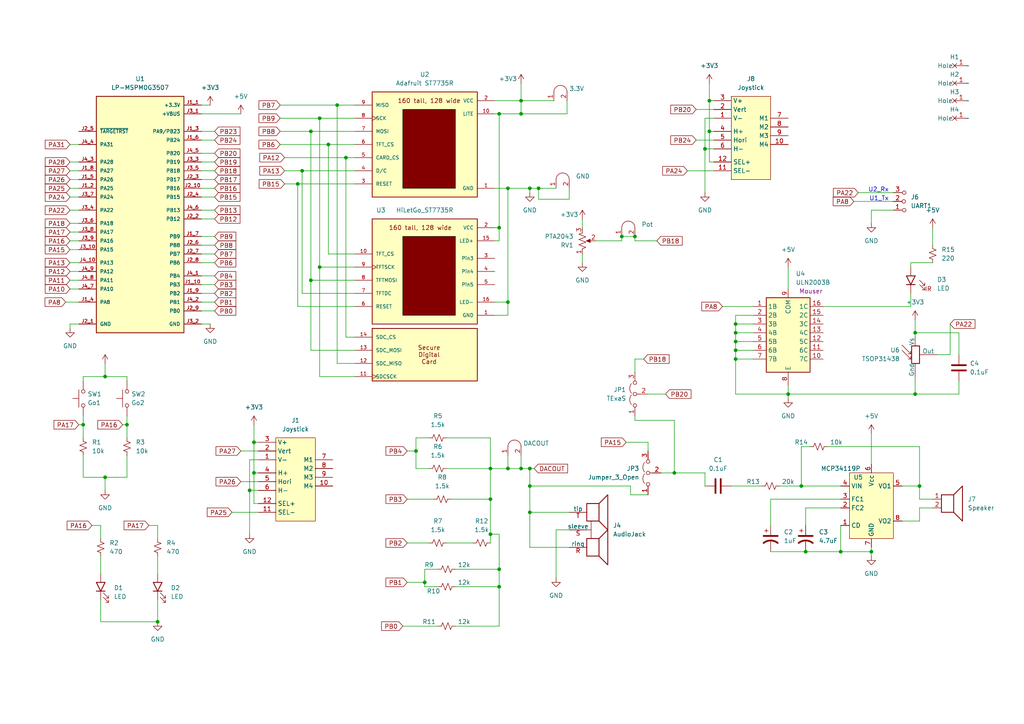
<source format=kicad_sch>
(kicad_sch (version 20230121) (generator eeschema)
  (paper "A4")
  (title_block (title "Starter Project Spring 2024") (date "2024-03-08") (rev "v1.0.0") (company "The University of Texas at Austin"))
  (lib_symbols
    (symbol "ECE319K:Adafruit_ST7735R" (pin_names (offset 1.016))
      (property "Reference" "U?" (at -15.24 16.002 0))
      (property "Value" "Adafruit ST7735R" (at -15.24 -17.78 0))
      (symbol "Adafruit_ST7735R_1_0"
        (pin power_in line (at 20.32 -12.7 180) (length 5.08) (name "GND") (number "1"))
        (pin power_in line (at 20.32 8.89 180) (length 5.08) (name "LITE") (number "10"))
        (pin power_in line (at 20.32 12.7 180) (length 5.08) (name "VCC") (number "2"))
        (pin input line (at -20.32 -11.43 0) (length 5.08) (name "RESET") (number "3"))
        (pin input line (at -20.32 -7.62 0) (length 5.08) (name "D/C") (number "4"))
        (pin input line (at -20.32 -3.81 0) (length 5.08) (name "CARD_CS") (number "5"))
        (pin input line (at -20.32 0 0) (length 5.08) (name "TFT_CS") (number "6"))
        (pin input line (at -20.32 3.81 0) (length 5.08) (name "MOSI") (number "7"))
        (pin input clock (at -20.32 7.62 0) (length 5.08) (name "SCK") (number "8"))
        (pin output line (at -20.32 11.43 0) (length 5.08) (name "MISO") (number "9"))
      )
      (symbol "Adafruit_ST7735R_1_1"
        (text "160 tall, 128 wide" (at 1.27 12.7 0) (effects (font (size 1.27 1.27))))
      )
    )
    (symbol "ECE319K:C" (pin_numbers hide) (pin_names (offset 0.254))
      (property "Reference" "C" (at 0.635 2.54 0))
      (property "Value" "C" (at 0.635 -2.54 0))
      (symbol "C_1_1"
        (pin passive line (at 0 3.81 270) (length 2.794) (name "~") (number "1"))
        (pin passive line (at 0 -3.81 90) (length 2.794) (name "~") (number "2"))
      )
    )
    (symbol "ECE319K:C_Polarized" (pin_numbers hide) (pin_names (offset 0.254) hide)
      (property "Reference" "C" (at 0.635 2.54 0))
      (property "Value" "C_Polarized" (at 0.635 -2.54 0))
      (symbol "C_Polarized_1_1"
        (pin passive line (at 0 3.81 270) (length 2.794) (name "~") (number "1"))
        (pin passive line (at 0 -3.81 90) (length 3.302) (name "~") (number "2"))
      )
    )
    (symbol "ECE319K:Header_3" (pin_names (offset 0) hide)
      (property "Reference" "J" (at 0 2.794 0))
      (property "Value" "Header3" (at 0.635 -4.445 0))
      (symbol "Header_3_1_1"
        (pin passive line (at 5.08 2.54 180) (length 2.54) (name "A") (number "1"))
        (pin passive line (at 5.08 0 180) (length 2.54) (name "B") (number "2"))
        (pin passive line (at 5.08 -2.54 180) (length 2.54) (name "C") (number "3"))
      )
    )
    (symbol "ECE319K:HeadphoneJack" (pin_names (offset 0))
      (property "Reference" "J" (at 1.27 5.715 0))
      (property "Value" "AudioJack" (at 1.27 3.81 0))
      (symbol "HeadphoneJack_1_1"
        (pin input line (at -7.62 -11.43 0) (length 5.12) (name "ring") (number "R"))
        (pin input line (at -7.62 -6.35 0) (length 5.12) (name "sleeve") (number "S"))
        (pin input line (at -7.62 -1.27 0) (length 5.12) (name "tip") (number "T"))
      )
    )
    (symbol "ECE319K:HiLetGo_ST7735R" (pin_names (offset 1.016))
      (property "Reference" "U?" (at -15.24 16.002 0))
      (property "Value" "HiLetGo_ST7735R" (at -11.43 -34.29 0))
      (symbol "HiLetGo_ST7735R_1_0"
        (pin power_in line (at 20.32 -12.7 180) (length 5.08) (name "GND") (number "1"))
        (pin input line (at -20.32 5.08 0) (length 5.08) (name "TFT_CS") (number "10"))
        (pin input clock (at -20.32 -30.48 0) (length 5.08) (name "SDCSCK") (number "11"))
        (pin output line (at -20.32 -26.67 0) (length 5.08) (name "SDC_MISO") (number "12"))
        (pin input line (at -20.32 -22.86 0) (length 5.08) (name "SDC_MOSI") (number "13"))
        (pin input line (at -20.32 -19.05 0) (length 5.08) (name "SDC_CS") (number "14"))
        (pin power_in line (at 20.32 8.89 180) (length 5.08) (name "LED+") (number "15"))
        (pin power_in line (at 20.32 -8.89 180) (length 5.08) (name "LED-") (number "16"))
        (pin power_in line (at 20.32 12.7 180) (length 5.08) (name "VCC") (number "2"))
        (pin free line (at 20.32 3.81 180) (length 5.08) (name "Pin3") (number "3"))
        (pin free line (at 20.32 0 180) (length 5.08) (name "Pin4") (number "4"))
        (pin free line (at 20.32 -3.81 180) (length 5.08) (name "Pin5") (number "5"))
        (pin input line (at -20.32 -10.16 0) (length 5.08) (name "RESET") (number "6"))
        (pin input line (at -20.32 -6.35 0) (length 5.08) (name "TFTDC") (number "7"))
        (pin input line (at -20.32 -2.54 0) (length 5.08) (name "TFTMOSI") (number "8"))
        (pin input clock (at -20.32 1.27 0) (length 5.08) (name "TFTSCK") (number "9"))
      )
      (symbol "HiLetGo_ST7735R_1_1"
        (text "160 tall, 128 wide" (at -1.27 12.7 0) (effects (font (size 1.27 1.27))))
        (text "Secure\nDigital\nCard" (at 1.27 -24.13 0) (effects (font (size 1.27 1.27))))
      )
    )
    (symbol "ECE319K:Joystick_Sparkfun_COM-09032"
      (property "Reference" "J" (at -1.27 12.7 0))
      (property "Value" "Joystick" (at 0 0 0))
      (symbol "Joystick_Sparkfun_COM-09032_1_1"
        (pin passive line (at -10.16 5.08 0) (length 5.12) (name "V-") (number "1"))
        (pin free line (at 11.43 -2.54 180) (length 5.12) (name "M4") (number "10"))
        (pin passive line (at -10.16 -10.16 0) (length 5.12) (name "SEL-") (number "11"))
        (pin passive line (at -10.16 -7.62 0) (length 5.12) (name "SEL+") (number "12"))
        (pin passive line (at -10.16 7.62 0) (length 5.12) (name "Vert") (number "2"))
        (pin passive line (at -10.16 10.16 0) (length 5.12) (name "V+") (number "3"))
        (pin passive line (at -10.16 1.27 0) (length 5.12) (name "H+") (number "4"))
        (pin passive line (at -10.16 -1.27 0) (length 5.12) (name "Hori") (number "5"))
        (pin passive line (at -10.16 -3.81 0) (length 5.12) (name "H-") (number "6"))
        (pin free line (at 11.43 5.08 180) (length 5.12) (name "M1") (number "7"))
        (pin free line (at 11.43 2.54 180) (length 5.12) (name "M2") (number "8"))
        (pin free line (at 11.43 0 180) (length 5.12) (name "M3") (number "9"))
      )
    )
    (symbol "ECE319K:Jumper_3_Open" (pin_names (offset 0) hide)
      (property "Reference" "JP" (at -2.54 -2.54 0))
      (property "Value" "Jumper_3_Open" (at 0 2.794 0))
      (symbol "Jumper_3_Open_1_1"
        (pin passive line (at -6.35 0 0) (length 2.54) (name "A") (number "1"))
        (pin passive line (at 0 -3.81 90) (length 2.54) (name "C") (number "2"))
        (pin passive line (at 6.35 0 180) (length 2.54) (name "B") (number "3"))
      )
    )
    (symbol "ECE319K:LED" (pin_numbers hide) (pin_names (offset 1.016) hide)
      (property "Reference" "D" (at 1.27 1.27 0))
      (property "Value" "LED" (at -5.08 -1.27 0))
      (symbol "LED_1_1"
        (pin passive line (at -1.27 -3.81 90) (length 2.54) (name "K") (number "1"))
        (pin passive line (at -1.27 3.81 270) (length 2.54) (name "A") (number "2"))
      )
    )
    (symbol "ECE319K:LP-MSPM0G3507" (pin_names (offset 1.016))
      (property "Reference" "U?" (at -12.7367 34.3099 0))
      (property "Value" "LP-MSPM0G3507" (at -10.16 -38.1 0))
      (symbol "LP-MSPM0G3507_1_0"
        (pin power_out line (at 17.78 30.48 180) (length 5.08) (name "+3.3V") (number "J1_1"))
        (pin bidirectional line (at 17.78 -21.59 180) (length 5.08) (name "PB3") (number "J1_10"))
        (pin bidirectional line (at -17.78 6.35 0) (length 5.08) (name "PA25") (number "J1_2"))
        (pin bidirectional line (at 17.78 22.86 180) (length 5.08) (name "PA9/PB23") (number "J1_3"))
        (pin bidirectional line (at -17.78 -26.67 0) (length 5.08) (name "PA8") (number "J1_4"))
        (pin bidirectional line (at -17.78 8.89 0) (length 5.08) (name "PA26") (number "J1_5"))
        (pin bidirectional line (at 17.78 20.32 180) (length 5.08) (name "PB24") (number "J1_6"))
        (pin bidirectional line (at 17.78 -7.62 180) (length 5.08) (name "PB9") (number "J1_7"))
        (pin bidirectional line (at -17.78 11.43 0) (length 5.08) (name "PA27") (number "J1_8"))
        (pin bidirectional line (at 17.78 -24.13 180) (length 5.08) (name "PB2") (number "J1_9"))
        (pin power_out line (at -17.78 -33.02 0) (length 5.08) (name "GND") (number "J2_1"))
        (pin bidirectional line (at 17.78 6.35 180) (length 5.08) (name "PB16") (number "J2_10"))
        (pin bidirectional line (at 17.78 -2.54 180) (length 5.08) (name "PB12") (number "J2_2"))
        (pin bidirectional line (at 17.78 8.89 180) (length 5.08) (name "PB17") (number "J2_3"))
        (pin bidirectional line (at 17.78 3.81 180) (length 5.08) (name "PB15") (number "J2_4"))
        (pin input line (at -17.78 22.86 0) (length 5.08) (name "~{TARGETRST}") (number "J2_5"))
        (pin bidirectional line (at 17.78 -10.16 180) (length 5.08) (name "PB8") (number "J2_6"))
        (pin bidirectional line (at 17.78 -12.7 180) (length 5.08) (name "PB7") (number "J2_7"))
        (pin bidirectional line (at 17.78 -15.24 180) (length 5.08) (name "PB6") (number "J2_8"))
        (pin bidirectional line (at 17.78 -29.21 180) (length 5.08) (name "PB0") (number "J2_9"))
        (pin power_out line (at 17.78 27.94 180) (length 5.08) (name "+VBUS") (number "J3_1"))
        (pin bidirectional line (at -17.78 -11.43 0) (length 5.08) (name "PA15") (number "J3_10"))
        (pin power_out line (at 17.78 -33.02 180) (length 5.08) (name "GND") (number "J3_2"))
        (pin bidirectional line (at 17.78 13.97 180) (length 5.08) (name "PB19") (number "J3_3"))
        (pin bidirectional line (at -17.78 0 0) (length 5.08) (name "PA22") (number "J3_4"))
        (pin bidirectional line (at 17.78 11.43 180) (length 5.08) (name "PB18") (number "J3_5"))
        (pin bidirectional line (at -17.78 -3.81 0) (length 5.08) (name "PA18") (number "J3_6"))
        (pin bidirectional line (at -17.78 3.81 0) (length 5.08) (name "PA24") (number "J3_7"))
        (pin bidirectional line (at -17.78 -6.35 0) (length 5.08) (name "PA17") (number "J3_8"))
        (pin bidirectional line (at -17.78 -8.89 0) (length 5.08) (name "PA16") (number "J3_9"))
        (pin bidirectional line (at 17.78 -19.05 180) (length 5.08) (name "PB4") (number "J4_1"))
        (pin bidirectional line (at -17.78 -15.24 0) (length 5.08) (name "PA13") (number "J4_10"))
        (pin bidirectional line (at 17.78 -26.67 180) (length 5.08) (name "PB1") (number "J4_2"))
        (pin bidirectional line (at -17.78 13.97 0) (length 5.08) (name "PA28") (number "J4_3"))
        (pin bidirectional line (at -17.78 19.05 0) (length 5.08) (name "PA31") (number "J4_4"))
        (pin bidirectional line (at 17.78 16.51 180) (length 5.08) (name "PB20") (number "J4_5"))
        (pin bidirectional line (at 17.78 0 180) (length 5.08) (name "PB13") (number "J4_6"))
        (pin bidirectional line (at -17.78 -22.86 0) (length 5.08) (name "PA10") (number "J4_7"))
        (pin bidirectional line (at -17.78 -20.32 0) (length 5.08) (name "PA11") (number "J4_8"))
        (pin bidirectional line (at -17.78 -17.78 0) (length 5.08) (name "PA12") (number "J4_9"))
      )
    )
    (symbol "ECE319K:MCP34119P"
      (property "Reference" "U" (at -5.08 7.62 0))
      (property "Value" "MCP34119P" (at -7.62 10.16 0))
      (symbol "MCP34119P_1_1"
        (pin input line (at -8.89 -6.35 0) (length 2.54) (name "CD") (number "1"))
        (pin input line (at -8.89 -1.27 0) (length 2.54) (name "FC2") (number "2"))
        (pin input line (at -8.89 1.27 0) (length 2.54) (name "FC1") (number "3"))
        (pin input line (at -8.89 5.08 0) (length 2.54) (name "VIN") (number "4"))
        (pin output line (at 8.89 5.08 180) (length 2.54) (name "VO1") (number "5"))
        (pin power_in line (at 0 11.43 270) (length 2.54) (name "Vcc") (number "6"))
        (pin power_in line (at 0 -12.7 90) (length 2.54) (name "GND") (number "7"))
        (pin output line (at 8.89 -5.08 180) (length 2.54) (name "VO2") (number "8"))
      )
    )
    (symbol "ECE319K:MountingHole"
      (property "Reference" "H" (at 0 0 0))
      (symbol "MountingHole_1_1"
        (pin power_in non_logic (at 0 0 180) (length 3.81) (name "Hole") (number "1"))
      )
    )
    (symbol "ECE319K:OED-EL-1L2" (pin_numbers hide) (pin_names (offset 1.016) hide)
      (property "Reference" "D" (at 0 2.54 0))
      (property "Value" "LED" (at -5.08 -2.54 0))
      (symbol "OED-EL-1L2_1_1"
        (text "IR" (at 3.81 -2.54 0) (effects (font (size 1.27 1.27))))
        (pin passive line (at -1.27 -3.81 90) (length 2.54) (name "K") (number "1"))
        (pin passive line (at -1.27 3.81 270) (length 2.54) (name "A") (number "2"))
      )
    )
    (symbol "ECE319K:PTA2043pot" (pin_names (offset 1.016) hide)
      (property "Reference" "RV" (at -4.445 0 90))
      (property "Value" "PTA2043" (at -2.54 0 90))
      (symbol "PTA2043pot_1_1"
        (pin passive line (at 0 3.81 270) (length 1.27) (name "1") (number "1"))
        (pin passive line (at 3.81 0 180) (length 1.27) (name "2") (number "2"))
        (pin passive line (at 0 -3.81 90) (length 1.27) (name "3") (number "3"))
      )
    )
    (symbol "ECE319K:R_0.125W" (pin_numbers hide) (pin_names (offset 0.254) hide)
      (property "Reference" "R" (at 0.762 0.508 0))
      (property "Value" "R_0.125W" (at 0.762 -1.016 0))
      (symbol "R_0.125W_1_1"
        (pin passive line (at 0 2.54 270) (length 1.016) (name "~") (number "1"))
        (pin passive line (at 0 -2.54 90) (length 1.016) (name "~") (number "2"))
      )
    )
    (symbol "ECE319K:SW_Push" (pin_numbers hide) (pin_names (offset 1.016) hide)
      (property "Reference" "SW101" (at 1.27 -1.27 90))
      (property "Value" "UP" (at -1.27 -1.27 90))
      (symbol "SW_Push_0_1"
        (pin passive line (at -5.08 0 0) (length 2.54) (name "1") (number "1"))
        (pin passive line (at 5.08 0 180) (length 2.54) (name "2") (number "2"))
      )
    )
    (symbol "ECE319K:Speaker" (pin_names (offset 0) hide)
      (property "Reference" "J" (at 1.27 5.715 0))
      (property "Value" "Speaker" (at 1.27 3.81 0))
      (symbol "Speaker_1_1"
        (pin input line (at -5.08 0 0) (length 2.54) (name "1") (number "1"))
        (pin input line (at -5.08 -2.54 0) (length 2.54) (name "2") (number "2"))
      )
    )
    (symbol "ECE319K:TSOP31438" (pin_numbers hide) (pin_names (offset 0))
      (property "Reference" "U" (at -5.08 0 90))
      (property "Value" "TSOP31438" (at -7.62 -1.27 90))
      (symbol "TSOP31438_1_1"
        (pin power_in line (at 0 -6.35 90) (length 3.81) (name "Gnd") (number "1"))
        (pin power_in line (at 0 5.08 270) (length 2.54) (name "Vs") (number "2"))
        (pin output line (at 6.35 0 180) (length 5.08) (name "Out") (number "3"))
      )
    )
    (symbol "ECE319K:Testpoint" (pin_names (offset 0) hide)
      (property "Reference" "TP" (at 0 2.794 0))
      (property "Value" "TP" (at 0 -2.286 0))
      (symbol "Testpoint_1_1"
        (pin passive line (at -1.905 0 90) (length 2.54) (name "A") (number "1"))
        (pin passive line (at 1.905 0 90) (length 2.54) (name "B") (number "2"))
      )
    )
    (symbol "ECE319K:ULN2003B"
      (property "Reference" "U" (at 7.62 8.89 0))
      (property "Value" "ULN2003B" (at 6.35 -15.24 0))
      (property "Distributor" " Mouser " (at 0 0 0))
      (symbol "ULN2003B_1_1"
        (pin input line (at -10.16 5.08 0) (length 3.81) (name "1B") (number "1"))
        (pin output line (at 10.16 -10.16 180) (length 3.81) (name "7C") (number "10"))
        (pin output line (at 10.16 -7.62 180) (length 3.81) (name "6C") (number "11"))
        (pin output line (at 10.16 -5.08 180) (length 3.81) (name "5C") (number "12"))
        (pin output line (at 10.16 -2.54 180) (length 3.81) (name "4C") (number "13"))
        (pin output line (at 10.16 0 180) (length 3.81) (name "3C") (number "14"))
        (pin output line (at 10.16 2.54 180) (length 3.81) (name "2C") (number "15"))
        (pin output line (at 10.16 5.08 180) (length 3.81) (name "1C") (number "16"))
        (pin input line (at -10.16 2.54 0) (length 3.81) (name "2B") (number "2"))
        (pin input line (at -10.16 0 0) (length 3.81) (name "3B") (number "3"))
        (pin input line (at -10.16 -2.54 0) (length 3.81) (name "4B") (number "4"))
        (pin input line (at -10.16 -5.08 0) (length 3.81) (name "5B") (number "5"))
        (pin input line (at -10.16 -7.62 0) (length 3.81) (name "6B") (number "6"))
        (pin input line (at -10.16 -10.16 0) (length 3.81) (name "7B") (number "7"))
        (pin power_in line (at 0 -17.78 90) (length 3.81) (name "E") (number "8"))
        (pin power_in line (at 0 10.16 270) (length 2.54) (name "COM") (number "9"))
      )
    )
    (symbol "power:+3V3" (power) (pin_names (offset 0))
      (property "Value" "+3V3" (at 0 3.556 0))
      (symbol "+3V3_1_1"
        (pin power_in line (at 0 0 90) (length 0) hide (name "+3V3") (number "1"))
      )
    )
    (symbol "power:+5V" (power) (pin_names (offset 0))
      (property "Value" "+5V" (at 0 3.556 0))
      (symbol "+5V_1_1"
        (pin power_in line (at 0 0 90) (length 0) hide (name "+5V") (number "1"))
      )
    )
    (symbol "power:GND" (power) (pin_names (offset 0))
      (property "Value" "GND" (at 0 -3.81 0))
      (symbol "GND_1_1"
        (pin power_in line (at 0 0 270) (length 0) hide (name "GND") (number "1"))
      )
    )
  )
  (junction (at 153.67 148.59))
  (junction (at 205.74 38.1))
  (junction (at 144.78 33.02))
  (junction (at 142.24 135.89))
  (junction (at 90.17 38.1))
  (junction (at 147.32 54.61))
  (junction (at 151.13 135.89))
  (junction (at 100.33 45.72))
  (junction (at 73.66 128.27))
  (junction (at 243.84 160.02))
  (junction (at 30.48 138.43))
  (junction (at 180.34 68.58))
  (junction (at 90.17 81.28))
  (junction (at 45.72 180.34))
  (junction (at 87.63 49.53))
  (junction (at 205.74 29.21))
  (junction (at 151.13 29.21))
  (junction (at 72.39 142.24))
  (junction (at 213.36 93.98))
  (junction (at 92.71 34.29))
  (junction (at 95.25 41.91))
  (junction (at 36.83 123.19))
  (junction (at 153.67 54.61))
  (junction (at 232.41 140.97))
  (junction (at 97.79 30.48))
  (junction (at 213.36 104.14))
  (junction (at 213.36 96.52))
  (junction (at 30.48 109.22))
  (junction (at 142.24 144.78))
  (junction (at 213.36 99.06))
  (junction (at 144.78 165.1))
  (junction (at 120.65 130.81))
  (junction (at 204.47 43.18))
  (junction (at 142.24 154.94))
  (junction (at 86.36 53.34))
  (junction (at 24.13 123.19))
  (junction (at 233.68 160.02))
  (junction (at 151.13 33.02))
  (junction (at 156.21 54.61))
  (junction (at 153.67 135.89))
  (junction (at 252.73 160.02))
  (junction (at 92.71 77.47))
  (junction (at 184.15 68.58))
  (junction (at 144.78 66.04))
  (junction (at 228.6 114.3))
  (junction (at 265.43 96.52))
  (junction (at 213.36 101.6))
  (junction (at 153.67 140.97))
  (junction (at 195.58 137.16))
  (junction (at 266.7 140.97))
  (junction (at 147.32 87.63))
  (junction (at 147.32 135.89))
  (junction (at 265.43 114.3))
  (junction (at 144.78 170.18))
  (junction (at 73.66 137.16))
  (junction (at 123.19 168.91))
  (wire (pts (xy 45.72 152.4) (xy 45.72 156.21)))
  (wire (pts (xy 151.13 135.89) (xy 153.67 135.89)))
  (wire (pts (xy 132.08 165.1) (xy 144.78 165.1)))
  (wire (pts (xy 142.24 135.89) (xy 147.32 135.89)))
  (wire (pts (xy 45.72 173.99) (xy 45.72 180.34)))
  (wire (pts (xy 228.6 111.76) (xy 228.6 114.3)))
  (wire (pts (xy 20.32 41.91) (xy 22.86 41.91)))
  (wire (pts (xy 218.44 96.52) (xy 213.36 96.52)))
  (wire (pts (xy 35.56 123.19) (xy 36.83 123.19)))
  (wire (pts (xy 30.48 109.22) (xy 24.13 109.22)))
  (wire (pts (xy 30.48 138.43) (xy 30.48 142.24)))
  (wire (pts (xy 30.48 138.43) (xy 36.83 138.43)))
  (wire (pts (xy 243.84 144.78) (xy 223.52 144.78)))
  (wire (pts (xy 92.71 77.47) (xy 92.71 34.29)))
  (wire (pts (xy 182.88 143.51) (xy 182.88 140.97)))
  (wire (pts (xy 36.83 132.08) (xy 36.83 138.43)))
  (wire (pts (xy 243.84 160.02) (xy 252.73 160.02)))
  (wire (pts (xy 58.42 44.45) (xy 62.23 44.45)))
  (wire (pts (xy 81.28 30.48) (xy 97.79 30.48)))
  (wire (pts (xy 36.83 110.49) (xy 36.83 109.22)))
  (wire (pts (xy 151.13 29.21) (xy 151.13 24.13)))
  (wire (pts (xy 142.24 144.78) (xy 142.24 135.89)))
  (wire (pts (xy 58.42 71.12) (xy 62.23 71.12)))
  (wire (pts (xy 102.87 109.22) (xy 92.71 109.22)))
  (wire (pts (xy 58.42 57.15) (xy 62.23 57.15)))
  (wire (pts (xy 97.79 30.48) (xy 102.87 30.48)))
  (wire (pts (xy 67.31 148.59) (xy 74.93 148.59)))
  (wire (pts (xy 153.67 54.61) (xy 153.67 55.88)))
  (wire (pts (xy 20.32 93.98) (xy 22.86 93.98)))
  (wire (pts (xy 223.52 160.02) (xy 233.68 160.02)))
  (wire (pts (xy 20.32 72.39) (xy 22.86 72.39)))
  (wire (pts (xy 36.83 109.22) (xy 30.48 109.22)))
  (wire (pts (xy 20.32 78.74) (xy 22.86 78.74)))
  (wire (pts (xy 187.96 128.27) (xy 187.96 130.81)))
  (wire (pts (xy 74.93 128.27) (xy 73.66 128.27)))
  (wire (pts (xy 147.32 135.89) (xy 151.13 135.89)))
  (wire (pts (xy 20.32 49.53) (xy 22.86 49.53)))
  (wire (pts (xy 172.72 69.85) (xy 180.34 69.85)))
  (wire (pts (xy 271.78 102.87) (xy 275.59 102.87)))
  (wire (pts (xy 243.84 147.32) (xy 233.68 147.32)))
  (wire (pts (xy 102.87 97.79) (xy 100.33 97.79)))
  (wire (pts (xy 124.46 135.89) (xy 120.65 135.89)))
  (wire (pts (xy 144.78 165.1) (xy 144.78 170.18)))
  (wire (pts (xy 58.42 60.96) (xy 62.23 60.96)))
  (wire (pts (xy 240.03 129.54) (xy 266.7 129.54)))
  (wire (pts (xy 86.36 53.34) (xy 102.87 53.34)))
  (wire (pts (xy 147.32 132.08) (xy 147.32 135.89)))
  (wire (pts (xy 164.465 29.21) (xy 164.465 33.02)))
  (wire (pts (xy 97.79 105.41) (xy 97.79 30.48)))
  (wire (pts (xy 72.39 142.24) (xy 74.93 142.24)))
  (wire (pts (xy 129.54 127) (xy 142.24 127)))
  (wire (pts (xy 20.32 46.99) (xy 22.86 46.99)))
  (wire (pts (xy 20.32 64.77) (xy 22.86 64.77)))
  (wire (pts (xy 132.08 170.18) (xy 144.78 170.18)))
  (wire (pts (xy 270.51 66.04) (xy 270.51 71.12)))
  (wire (pts (xy 22.86 123.19) (xy 24.13 123.19)))
  (wire (pts (xy 20.32 54.61) (xy 22.86 54.61)))
  (wire (pts (xy 190.5 69.85) (xy 184.15 69.85)))
  (wire (pts (xy 29.21 161.29) (xy 29.21 166.37)))
  (wire (pts (xy 278.13 102.87) (xy 278.13 96.52)))
  (wire (pts (xy 143.51 66.04) (xy 144.78 66.04)))
  (wire (pts (xy 87.63 49.53) (xy 87.63 85.09)))
  (wire (pts (xy 58.42 49.53) (xy 62.23 49.53)))
  (wire (pts (xy 58.42 85.09) (xy 62.23 85.09)))
  (wire (pts (xy 201.93 40.64) (xy 207.01 40.64)))
  (wire (pts (xy 143.51 29.21) (xy 151.13 29.21)))
  (wire (pts (xy 58.42 54.61) (xy 62.23 54.61)))
  (wire (pts (xy 95.25 41.91) (xy 102.87 41.91)))
  (wire (pts (xy 73.66 128.27) (xy 73.66 123.19)))
  (wire (pts (xy 161.29 153.67) (xy 161.29 167.64)))
  (wire (pts (xy 20.32 57.15) (xy 22.86 57.15)))
  (wire (pts (xy 127 170.18) (xy 123.19 170.18)))
  (wire (pts (xy 116.84 181.61) (xy 127 181.61)))
  (wire (pts (xy 151.13 33.02) (xy 151.13 29.21)))
  (wire (pts (xy 218.44 91.44) (xy 213.36 91.44)))
  (wire (pts (xy 30.48 105.41) (xy 30.48 109.22)))
  (wire (pts (xy 207.01 38.1) (xy 205.74 38.1)))
  (wire (pts (xy 144.78 181.61) (xy 144.78 170.18)))
  (wire (pts (xy 265.43 109.22) (xy 265.43 114.3)))
  (wire (pts (xy 252.73 60.96) (xy 252.73 64.77)))
  (wire (pts (xy 90.17 101.6) (xy 90.17 81.28)))
  (wire (pts (xy 24.13 138.43) (xy 30.48 138.43)))
  (wire (pts (xy 265.43 92.71) (xy 265.43 96.52)))
  (wire (pts (xy 165.1 153.67) (xy 161.29 153.67)))
  (wire (pts (xy 144.78 165.1) (xy 144.78 154.94)))
  (wire (pts (xy 199.39 49.53) (xy 207.01 49.53)))
  (wire (pts (xy 218.44 93.98) (xy 213.36 93.98)))
  (wire (pts (xy 58.42 38.1) (xy 62.23 38.1)))
  (wire (pts (xy 26.67 152.4) (xy 29.21 152.4)))
  (wire (pts (xy 58.42 52.07) (xy 62.23 52.07)))
  (wire (pts (xy 69.85 130.81) (xy 74.93 130.81)))
  (wire (pts (xy 20.32 52.07) (xy 22.86 52.07)))
  (wire (pts (xy 204.47 137.16) (xy 204.47 140.97)))
  (wire (pts (xy 58.42 90.17) (xy 62.23 90.17)))
  (wire (pts (xy 165.1 158.75) (xy 153.67 158.75)))
  (wire (pts (xy 20.32 76.2) (xy 22.86 76.2)))
  (wire (pts (xy 144.78 66.04) (xy 144.78 33.02)))
  (wire (pts (xy 36.83 123.19) (xy 36.83 127)))
  (wire (pts (xy 92.71 109.22) (xy 92.71 77.47)))
  (wire (pts (xy 102.87 85.09) (xy 87.63 85.09)))
  (wire (pts (xy 266.7 140.97) (xy 266.7 144.78)))
  (wire (pts (xy 90.17 81.28) (xy 90.17 38.1)))
  (wire (pts (xy 102.87 81.28) (xy 90.17 81.28)))
  (wire (pts (xy 213.36 96.52) (xy 213.36 99.06)))
  (wire (pts (xy 118.11 168.91) (xy 123.19 168.91)))
  (wire (pts (xy 212.09 140.97) (xy 220.98 140.97)))
  (wire (pts (xy 45.72 161.29) (xy 45.72 166.37)))
  (wire (pts (xy 204.47 43.18) (xy 204.47 55.88)))
  (wire (pts (xy 184.15 121.92) (xy 195.58 121.92)))
  (wire (pts (xy 74.93 146.05) (xy 73.66 146.05)))
  (wire (pts (xy 92.71 34.29) (xy 102.87 34.29)))
  (wire (pts (xy 24.13 109.22) (xy 24.13 110.49)))
  (wire (pts (xy 201.93 31.75) (xy 207.01 31.75)))
  (wire (pts (xy 264.16 85.09) (xy 264.16 88.9)))
  (wire (pts (xy 243.84 152.4) (xy 243.84 160.02)))
  (wire (pts (xy 223.52 144.78) (xy 223.52 152.4)))
  (wire (pts (xy 153.67 158.75) (xy 153.67 148.59)))
  (wire (pts (xy 147.32 91.44) (xy 147.32 87.63)))
  (wire (pts (xy 58.42 80.01) (xy 62.23 80.01)))
  (wire (pts (xy 191.77 137.16) (xy 195.58 137.16)))
  (wire (pts (xy 180.34 68.58) (xy 184.15 68.58)))
  (wire (pts (xy 74.93 133.35) (xy 72.39 133.35)))
  (wire (pts (xy 209.55 88.9) (xy 218.44 88.9)))
  (wire (pts (xy 73.66 137.16) (xy 73.66 128.27)))
  (wire (pts (xy 181.61 128.27) (xy 187.96 128.27)))
  (wire (pts (xy 233.68 160.02) (xy 243.84 160.02)))
  (wire (pts (xy 218.44 104.14) (xy 213.36 104.14)))
  (wire (pts (xy 266.7 129.54) (xy 266.7 140.97)))
  (wire (pts (xy 82.55 53.34) (xy 86.36 53.34)))
  (wire (pts (xy 144.78 33.02) (xy 151.13 33.02)))
  (wire (pts (xy 81.28 41.91) (xy 95.25 41.91)))
  (wire (pts (xy 232.41 140.97) (xy 243.84 140.97)))
  (wire (pts (xy 81.28 34.29) (xy 92.71 34.29)))
  (wire (pts (xy 228.6 77.47) (xy 228.6 83.82)))
  (wire (pts (xy 228.6 114.3) (xy 265.43 114.3)))
  (wire (pts (xy 69.85 139.7) (xy 74.93 139.7)))
  (wire (pts (xy 58.42 73.66) (xy 62.23 73.66)))
  (wire (pts (xy 232.41 129.54) (xy 232.41 140.97)))
  (wire (pts (xy 195.58 137.16) (xy 204.47 137.16)))
  (wire (pts (xy 156.21 57.785) (xy 156.21 54.61)))
  (wire (pts (xy 144.78 69.85) (xy 144.78 66.04)))
  (wire (pts (xy 207.01 46.99) (xy 205.74 46.99)))
  (wire (pts (xy 264.16 88.9) (xy 238.76 88.9)))
  (wire (pts (xy 266.7 151.13) (xy 266.7 147.32)))
  (wire (pts (xy 151.13 29.21) (xy 160.655 29.21)))
  (wire (pts (xy 36.83 120.65) (xy 36.83 123.19)))
  (wire (pts (xy 82.55 49.53) (xy 87.63 49.53)))
  (wire (pts (xy 207.01 34.29) (xy 204.47 34.29)))
  (wire (pts (xy 213.36 114.3) (xy 228.6 114.3)))
  (wire (pts (xy 213.36 99.06) (xy 213.36 101.6)))
  (wire (pts (xy 184.15 104.14) (xy 184.15 107.95)))
  (wire (pts (xy 228.6 114.3) (xy 228.6 115.57)))
  (wire (pts (xy 168.91 63.5) (xy 168.91 66.04)))
  (wire (pts (xy 204.47 43.18) (xy 207.01 43.18)))
  (wire (pts (xy 74.93 137.16) (xy 73.66 137.16)))
  (wire (pts (xy 278.13 114.3) (xy 265.43 114.3)))
  (wire (pts (xy 151.13 132.08) (xy 151.13 135.89)))
  (wire (pts (xy 102.87 88.9) (xy 86.36 88.9)))
  (wire (pts (xy 205.74 46.99) (xy 205.74 38.1)))
  (wire (pts (xy 82.55 45.72) (xy 100.33 45.72)))
  (wire (pts (xy 20.32 67.31) (xy 22.86 67.31)))
  (wire (pts (xy 142.24 144.78) (xy 142.24 154.94)))
  (wire (pts (xy 43.18 152.4) (xy 45.72 152.4)))
  (wire (pts (xy 252.73 160.02) (xy 252.73 161.29)))
  (wire (pts (xy 264.16 76.2) (xy 264.16 77.47)))
  (wire (pts (xy 143.51 91.44) (xy 147.32 91.44)))
  (wire (pts (xy 20.32 83.82) (xy 22.86 83.82)))
  (wire (pts (xy 187.96 143.51) (xy 182.88 143.51)))
  (wire (pts (xy 132.08 181.61) (xy 144.78 181.61)))
  (wire (pts (xy 118.11 144.78) (xy 125.73 144.78)))
  (wire (pts (xy 233.68 147.32) (xy 233.68 152.4)))
  (wire (pts (xy 205.74 38.1) (xy 205.74 29.21)))
  (wire (pts (xy 184.15 120.65) (xy 184.15 121.92)))
  (wire (pts (xy 19.05 87.63) (xy 22.86 87.63)))
  (wire (pts (xy 72.39 142.24) (xy 72.39 154.94)))
  (wire (pts (xy 58.42 63.5) (xy 62.23 63.5)))
  (wire (pts (xy 252.73 125.73) (xy 252.73 134.62)))
  (wire (pts (xy 278.13 96.52) (xy 265.43 96.52)))
  (wire (pts (xy 182.88 140.97) (xy 153.67 140.97)))
  (wire (pts (xy 164.465 33.02) (xy 151.13 33.02)))
  (wire (pts (xy 20.32 95.25) (xy 20.32 93.98)))
  (wire (pts (xy 130.81 144.78) (xy 142.24 144.78)))
  (wire (pts (xy 165.1 54.61) (xy 165.1 57.785)))
  (wire (pts (xy 102.87 73.66) (xy 95.25 73.66)))
  (wire (pts (xy 20.32 81.28) (xy 22.86 81.28)))
  (wire (pts (xy 102.87 101.6) (xy 90.17 101.6)))
  (wire (pts (xy 123.19 165.1) (xy 127 165.1)))
  (wire (pts (xy 204.47 34.29) (xy 204.47 43.18)))
  (wire (pts (xy 143.51 54.61) (xy 147.32 54.61)))
  (wire (pts (xy 213.36 91.44) (xy 213.36 93.98)))
  (wire (pts (xy 58.42 68.58) (xy 62.23 68.58)))
  (wire (pts (xy 218.44 101.6) (xy 213.36 101.6)))
  (wire (pts (xy 29.21 152.4) (xy 29.21 156.21)))
  (wire (pts (xy 153.67 135.89) (xy 154.94 135.89)))
  (wire (pts (xy 95.25 73.66) (xy 95.25 41.91)))
  (wire (pts (xy 120.65 130.81) (xy 120.65 127)))
  (wire (pts (xy 213.36 104.14) (xy 213.36 114.3)))
  (wire (pts (xy 29.21 180.34) (xy 45.72 180.34)))
  (wire (pts (xy 278.13 110.49) (xy 278.13 114.3)))
  (wire (pts (xy 207.01 29.21) (xy 205.74 29.21)))
  (wire (pts (xy 186.69 104.14) (xy 184.15 104.14)))
  (wire (pts (xy 234.95 129.54) (xy 232.41 129.54)))
  (wire (pts (xy 102.87 105.41) (xy 97.79 105.41)))
  (wire (pts (xy 118.11 157.48) (xy 124.46 157.48)))
  (wire (pts (xy 142.24 135.89) (xy 129.54 135.89)))
  (wire (pts (xy 24.13 120.65) (xy 24.13 123.19)))
  (wire (pts (xy 213.36 101.6) (xy 213.36 104.14)))
  (wire (pts (xy 24.13 132.08) (xy 24.13 138.43)))
  (wire (pts (xy 58.42 46.99) (xy 62.23 46.99)))
  (wire (pts (xy 252.73 158.75) (xy 252.73 160.02)))
  (wire (pts (xy 261.62 151.13) (xy 266.7 151.13)))
  (wire (pts (xy 81.28 38.1) (xy 90.17 38.1)))
  (wire (pts (xy 265.43 96.52) (xy 265.43 97.79)))
  (wire (pts (xy 24.13 123.19) (xy 24.13 127)))
  (wire (pts (xy 143.51 69.85) (xy 144.78 69.85)))
  (wire (pts (xy 153.67 54.61) (xy 156.21 54.61)))
  (wire (pts (xy 120.65 135.89) (xy 120.65 130.81)))
  (wire (pts (xy 58.42 33.02) (xy 69.85 33.02)))
  (wire (pts (xy 72.39 133.35) (xy 72.39 142.24)))
  (wire (pts (xy 213.36 93.98) (xy 213.36 96.52)))
  (wire (pts (xy 184.15 69.85) (xy 184.15 68.58)))
  (wire (pts (xy 266.7 147.32) (xy 270.51 147.32)))
  (wire (pts (xy 142.24 127) (xy 142.24 135.89)))
  (wire (pts (xy 187.96 114.3) (xy 193.04 114.3)))
  (wire (pts (xy 58.42 30.48) (xy 60.96 30.48)))
  (wire (pts (xy 156.21 54.61) (xy 161.29 54.61)))
  (wire (pts (xy 92.71 77.47) (xy 102.87 77.47)))
  (wire (pts (xy 153.67 148.59) (xy 153.67 140.97)))
  (wire (pts (xy 100.33 45.72) (xy 102.87 45.72)))
  (wire (pts (xy 165.1 148.59) (xy 153.67 148.59)))
  (wire (pts (xy 218.44 99.06) (xy 213.36 99.06)))
  (wire (pts (xy 58.42 82.55) (xy 62.23 82.55)))
  (wire (pts (xy 100.33 97.79) (xy 100.33 45.72)))
  (wire (pts (xy 205.74 29.21) (xy 205.74 24.13)))
  (wire (pts (xy 270.51 76.2) (xy 264.16 76.2)))
  (wire (pts (xy 123.19 168.91) (xy 123.19 165.1)))
  (wire (pts (xy 86.36 53.34) (xy 86.36 88.9)))
  (wire (pts (xy 120.65 127) (xy 124.46 127)))
  (wire (pts (xy 180.34 69.85) (xy 180.34 68.58)))
  (wire (pts (xy 147.32 54.61) (xy 153.67 54.61)))
  (wire (pts (xy 247.65 58.42) (xy 259.08 58.42)))
  (wire (pts (xy 58.42 93.98) (xy 60.96 93.98)))
  (wire (pts (xy 143.51 87.63) (xy 147.32 87.63)))
  (wire (pts (xy 73.66 146.05) (xy 73.66 137.16)))
  (wire (pts (xy 87.63 49.53) (xy 102.87 49.53)))
  (wire (pts (xy 129.54 157.48) (xy 137.16 157.48)))
  (wire (pts (xy 29.21 173.99) (xy 29.21 180.34)))
  (wire (pts (xy 118.11 130.81) (xy 120.65 130.81)))
  (wire (pts (xy 195.58 121.92) (xy 195.58 137.16)))
  (wire (pts (xy 168.91 73.66) (xy 168.91 76.2)))
  (wire (pts (xy 266.7 144.78) (xy 270.51 144.78)))
  (wire (pts (xy 142.24 154.94) (xy 142.24 157.48)))
  (wire (pts (xy 123.19 170.18) (xy 123.19 168.91)))
  (wire (pts (xy 275.59 102.87) (xy 275.59 93.98)))
  (wire (pts (xy 165.1 57.785) (xy 156.21 57.785)))
  (wire (pts (xy 58.42 40.64) (xy 62.23 40.64)))
  (wire (pts (xy 147.32 87.63) (xy 147.32 54.61)))
  (wire (pts (xy 248.92 55.88) (xy 259.08 55.88)))
  (wire (pts (xy 261.62 140.97) (xy 266.7 140.97)))
  (wire (pts (xy 144.78 154.94) (xy 142.24 154.94)))
  (wire (pts (xy 226.06 140.97) (xy 232.41 140.97)))
  (wire (pts (xy 20.32 60.96) (xy 22.86 60.96)))
  (wire (pts (xy 58.42 87.63) (xy 62.23 87.63)))
  (wire (pts (xy 58.42 76.2) (xy 62.23 76.2)))
  (wire (pts (xy 143.51 33.02) (xy 144.78 33.02)))
  (wire (pts (xy 20.32 69.85) (xy 22.86 69.85)))
  (wire (pts (xy 153.67 140.97) (xy 153.67 135.89)))
  (wire (pts (xy 90.17 38.1) (xy 102.87 38.1)))
  (wire (pts (xy 259.08 60.96) (xy 252.73 60.96)))
  (text "U1_Tx" (at 257.81 58.42 0) (effects (font (size 1.27 1.27)) (justify right bottom)))
  (text "U2_Rx" (at 257.81 55.88 0) (effects (font (size 1.27 1.27)) (justify right bottom)))
  (global_label "PB9" (shape input) (at 81.28 34.29 180) (property "Intersheetrefs" "${INTERSHEET_REFS}" (effects hide)))
  (global_label "PB8" (shape input) (at 62.23 71.12 0) (property "Intersheetrefs" "${INTERSHEET_REFS}" (effects hide)))
  (global_label "PA8" (shape input) (at 209.55 88.9 180) (property "Intersheetrefs" "${INTERSHEET_REFS}" (effects hide)))
  (global_label "PB6" (shape input) (at 62.23 76.2 0) (property "Intersheetrefs" "${INTERSHEET_REFS}" (effects hide)))
  (global_label "PA24" (shape input) (at 20.32 57.15 180) (property "Intersheetrefs" "${INTERSHEET_REFS}" (effects hide)))
  (global_label "PB16" (shape input) (at 62.23 54.61 0) (property "Intersheetrefs" "${INTERSHEET_REFS}" (effects hide)))
  (global_label "PB17" (shape input) (at 62.23 52.07 0) (property "Intersheetrefs" "${INTERSHEET_REFS}" (effects hide)))
  (global_label "PB15" (shape input) (at 62.23 57.15 0) (property "Intersheetrefs" "${INTERSHEET_REFS}" (effects hide)))
  (global_label "PA17" (shape input) (at 22.86 123.19 180) (property "Intersheetrefs" "${INTERSHEET_REFS}" (effects hide)))
  (global_label "PB9" (shape input) (at 62.23 68.58 0) (property "Intersheetrefs" "${INTERSHEET_REFS}" (effects hide)))
  (global_label "PB4" (shape input) (at 118.11 130.81 180) (property "Intersheetrefs" "${INTERSHEET_REFS}" (effects hide)))
  (global_label "PB0" (shape input) (at 116.84 181.61 180) (property "Intersheetrefs" "${INTERSHEET_REFS}" (effects hide)))
  (global_label "PA17" (shape input) (at 43.18 152.4 180) (property "Intersheetrefs" "${INTERSHEET_REFS}" (effects hide)))
  (global_label "PA22" (shape input) (at 248.92 55.88 180) (property "Intersheetrefs" "${INTERSHEET_REFS}" (effects hide)))
  (global_label "PA26" (shape input) (at 69.85 139.7 180) (property "Intersheetrefs" "${INTERSHEET_REFS}" (effects hide)))
  (global_label "PB23" (shape input) (at 62.23 38.1 0) (property "Intersheetrefs" "${INTERSHEET_REFS}" (effects hide)))
  (global_label "PA12" (shape input) (at 82.55 45.72 180) (property "Intersheetrefs" "${INTERSHEET_REFS}" (effects hide)))
  (global_label "PB1" (shape input) (at 62.23 87.63 0) (property "Intersheetrefs" "${INTERSHEET_REFS}" (effects hide)))
  (global_label "PB20" (shape input) (at 62.23 44.45 0) (property "Intersheetrefs" "${INTERSHEET_REFS}" (effects hide)))
  (global_label "PB7" (shape input) (at 81.28 30.48 180) (property "Intersheetrefs" "${INTERSHEET_REFS}" (effects hide)))
  (global_label "PB6" (shape input) (at 81.28 41.91 180) (property "Intersheetrefs" "${INTERSHEET_REFS}" (effects hide)))
  (global_label "PA26" (shape input) (at 20.32 52.07 180) (property "Intersheetrefs" "${INTERSHEET_REFS}" (effects hide)))
  (global_label "PA15" (shape input) (at 20.32 72.39 180) (property "Intersheetrefs" "${INTERSHEET_REFS}" (effects hide)))
  (global_label "PA31" (shape input) (at 20.32 41.91 180) (property "Intersheetrefs" "${INTERSHEET_REFS}" (effects hide)))
  (global_label "PA16" (shape input) (at 35.56 123.19 180) (property "Intersheetrefs" "${INTERSHEET_REFS}" (effects hide)))
  (global_label "PB4" (shape input) (at 62.23 80.01 0) (property "Intersheetrefs" "${INTERSHEET_REFS}" (effects hide)))
  (global_label "PB2" (shape input) (at 62.23 85.09 0) (property "Intersheetrefs" "${INTERSHEET_REFS}" (effects hide)))
  (global_label "PB20" (shape input) (at 193.04 114.3 0) (property "Intersheetrefs" "${INTERSHEET_REFS}" (effects hide)))
  (global_label "PA13" (shape input) (at 82.55 49.53 180) (property "Intersheetrefs" "${INTERSHEET_REFS}" (effects hide)))
  (global_label "PB24" (shape input) (at 201.93 40.64 180) (property "Intersheetrefs" "${INTERSHEET_REFS}" (effects hide)))
  (global_label "PB20" (shape input) (at 201.93 31.75 180) (property "Intersheetrefs" "${INTERSHEET_REFS}" (effects hide)))
  (global_label "PA22" (shape input) (at 20.32 60.96 180) (property "Intersheetrefs" "${INTERSHEET_REFS}" (effects hide)))
  (global_label "PB3" (shape input) (at 62.23 82.55 0) (property "Intersheetrefs" "${INTERSHEET_REFS}" (effects hide)))
  (global_label "PB18" (shape input) (at 190.5 69.85 0) (property "Intersheetrefs" "${INTERSHEET_REFS}" (effects hide)))
  (global_label "PB19" (shape input) (at 62.23 46.99 0) (property "Intersheetrefs" "${INTERSHEET_REFS}" (effects hide)))
  (global_label "PB18" (shape input) (at 186.69 104.14 0) (property "Intersheetrefs" "${INTERSHEET_REFS}" (effects hide)))
  (global_label "PA8" (shape input) (at 247.65 58.42 180) (property "Intersheetrefs" "${INTERSHEET_REFS}" (effects hide)))
  (global_label "PA25" (shape input) (at 20.32 54.61 180) (property "Intersheetrefs" "${INTERSHEET_REFS}" (effects hide)))
  (global_label "PA16" (shape input) (at 20.32 69.85 180) (property "Intersheetrefs" "${INTERSHEET_REFS}" (effects hide)))
  (global_label "PB13" (shape input) (at 62.23 60.96 0) (property "Intersheetrefs" "${INTERSHEET_REFS}" (effects hide)))
  (global_label "PB3" (shape input) (at 118.11 144.78 180) (property "Intersheetrefs" "${INTERSHEET_REFS}" (effects hide)))
  (global_label "PB15" (shape input) (at 82.55 53.34 180) (property "Intersheetrefs" "${INTERSHEET_REFS}" (effects hide)))
  (global_label "PB2" (shape input) (at 118.11 157.48 180) (property "Intersheetrefs" "${INTERSHEET_REFS}" (effects hide)))
  (global_label "PB8" (shape input) (at 81.28 38.1 180) (property "Intersheetrefs" "${INTERSHEET_REFS}" (effects hide)))
  (global_label "PB7" (shape input) (at 62.23 73.66 0) (property "Intersheetrefs" "${INTERSHEET_REFS}" (effects hide)))
  (global_label "PA13" (shape input) (at 20.32 76.2 180) (property "Intersheetrefs" "${INTERSHEET_REFS}" (effects hide)))
  (global_label "PA22" (shape input) (at 275.59 93.98 0) (property "Intersheetrefs" "${INTERSHEET_REFS}" (effects hide)))
  (global_label "PA16" (shape input) (at 26.67 152.4 180) (property "Intersheetrefs" "${INTERSHEET_REFS}" (effects hide)))
  (global_label "PA28" (shape input) (at 20.32 46.99 180) (property "Intersheetrefs" "${INTERSHEET_REFS}" (effects hide)))
  (global_label "PA25" (shape input) (at 67.31 148.59 180) (property "Intersheetrefs" "${INTERSHEET_REFS}" (effects hide)))
  (global_label "PA18" (shape input) (at 20.32 64.77 180) (property "Intersheetrefs" "${INTERSHEET_REFS}" (effects hide)))
  (global_label "PB24" (shape input) (at 62.23 40.64 0) (property "Intersheetrefs" "${INTERSHEET_REFS}" (effects hide)))
  (global_label "PB18" (shape input) (at 62.23 49.53 0) (property "Intersheetrefs" "${INTERSHEET_REFS}" (effects hide)))
  (global_label "PB12" (shape input) (at 62.23 63.5 0) (property "Intersheetrefs" "${INTERSHEET_REFS}" (effects hide)))
  (global_label "PA17" (shape input) (at 20.32 67.31 180) (property "Intersheetrefs" "${INTERSHEET_REFS}" (effects hide)))
  (global_label "PB0" (shape input) (at 62.23 90.17 0) (property "Intersheetrefs" "${INTERSHEET_REFS}" (effects hide)))
  (global_label "PA27" (shape input) (at 20.32 49.53 180) (property "Intersheetrefs" "${INTERSHEET_REFS}" (effects hide)))
  (global_label "PA15" (shape input) (at 181.61 128.27 180) (property "Intersheetrefs" "${INTERSHEET_REFS}" (effects hide)))
  (global_label "PA27" (shape input) (at 69.85 130.81 180) (property "Intersheetrefs" "${INTERSHEET_REFS}" (effects hide)))
  (global_label "PA10" (shape input) (at 20.32 83.82 180) (property "Intersheetrefs" "${INTERSHEET_REFS}" (effects hide)))
  (global_label "PA24" (shape input) (at 199.39 49.53 180) (property "Intersheetrefs" "${INTERSHEET_REFS}" (effects hide)))
  (global_label "PA12" (shape input) (at 20.32 78.74 180) (property "Intersheetrefs" "${INTERSHEET_REFS}" (effects hide)))
  (global_label "PB1" (shape input) (at 118.11 168.91 180) (property "Intersheetrefs" "${INTERSHEET_REFS}" (effects hide)))
  (global_label "PA11" (shape input) (at 20.32 81.28 180) (property "Intersheetrefs" "${INTERSHEET_REFS}" (effects hide)))
  (global_label "PA8" (shape input) (at 19.05 87.63 180) (property "Intersheetrefs" "${INTERSHEET_REFS}" (effects hide)))
  (global_label "DACOUT" (shape input) (at 154.94 135.89 0) (property "Intersheetrefs" "${INTERSHEET_REFS}" (effects hide)))
  (symbol (lib_id "ECE319K:LED") (at 46.99 170.18 0) (unit 1)
    (property "Reference" "D2" (at 49.53 170.4975 0) (effects (justify left)))
    (property "Value" "LED" (at 49.53 173.0375 0) (effects (justify left)))
    (property "Footprint" "ECE319K:LED_D5.0mm" (effects hide))
    (property "Datasheet" "https://users.ece.utexas.edu/~valvano/mspm0/HLMP-4700.pdf" (effects hide))
  )
  (symbol (lib_id "ECE319K:R_0.125W") (at 127 157.48 270) (unit 1)
    (property "Reference" "R7" (at 127 151.13 90))
    (property "Value" "1.5k" (at 127 153.67 90))
    (property "Footprint" "ECE319K:R_Axial_DIN0204_L3.6mm_D1.6mm_P7.62mm_Horizontal" (effects hide))
    (property "Datasheet" "https://users.ece.utexas.edu/~valvano/mspm0/CarbonFilmresistors.pdf" (effects hide))
  )
  (symbol (lib_id "ECE319K:LP-MSPM0G3507") (at 40.64 60.96 0) (unit 1)
    (property "Reference" "U1" (at 40.64 22.86 0))
    (property "Value" "LP-MSPM0G3507" (at 40.64 25.4 0))
    (property "Footprint" "ECE319K:ti_LP_MSPM0G3507" (effects hide))
    (property "Datasheet" "https://www.ti.com/tool/LP-MSPM0G3507" (effects hide))
    (property "Distributor" "Mouser" (effects hide))
    (property "Manufacturer" "Texas Instruments" (effects hide))
    (property "P/N" "LP-MSPM0G3507" (effects hide))
    (property "Cost" "22.60" (effects hide))
  )
  (symbol (lib_id "power:GND") (at 161.29 167.64 0) (unit 1)
    (property "Reference" "#PWR012" (effects hide))
    (property "Value" "GND" (at 161.29 172.72 0))
  )
  (symbol (lib_id "ECE319K:Testpoint") (at 163.195 54.61 0) (unit 1)
    (property "Reference" "J3" (effects hide))
    (property "Value" "GND" (at 167.005 51.1174 0) (effects (justify left)))
    (property "Footprint" "ECE319K:Testpoint_1x02_P2.54mm" (effects hide))
  )
  (symbol (lib_id "ECE319K:R_0.125W") (at 129.54 181.61 270) (unit 1)
    (property "Reference" "R11" (at 124.46 180.34 90))
    (property "Value" "12k" (at 134.62 180.34 90))
    (property "Footprint" "ECE319K:R_Axial_DIN0204_L3.6mm_D1.6mm_P7.62mm_Horizontal" (effects hide))
    (property "Datasheet" "https://users.ece.utexas.edu/~valvano/mspm0/CarbonFilmresistors.pdf" (effects hide))
  )
  (symbol (lib_id "ECE319K:SW_Push") (at 36.83 115.57 90) (unit 1)
    (property "Reference" "SW2" (at 38.1 114.3 90) (effects (justify right)))
    (property "Value" "Go2" (at 38.1 116.84 90) (effects (justify right)))
    (property "Footprint" "ECE319K:SW_PUSH_6mm" (effects hide))
  )
  (symbol (lib_id "power:+5V") (at 228.6 77.47 0) (unit 1)
    (property "Reference" "#PWR021" (effects hide))
    (property "Value" "+5V" (at 228.6 72.39 0))
  )
  (symbol (lib_id "ECE319K:HeadphoneJack") (at 172.72 147.32 0) (unit 1)
    (property "Reference" "J4" (at 177.8 152.4 0) (effects (justify left)))
    (property "Value" "AudioJack" (at 177.8 154.94 0) (effects (justify left)))
    (property "Footprint" "ECE319K:Jack_3.5mm_CUI_SJ1-3523N_Horizontal" (effects hide))
  )
  (symbol (lib_id "ECE319K:MountingHole") (at 280.67 24.13 0) (unit 1)
    (property "Reference" "H2" (at 276.86 21.59 0))
    (property "Value" "~" (at 280.67 24.13 0))
    (property "Footprint" "ECE319K:MountingHole_4_40" (effects hide))
  )
  (symbol (lib_id "ECE319K:R_0.125W") (at 139.7 157.48 270) (unit 1)
    (property "Reference" "R12" (at 139.7 151.13 90))
    (property "Value" "1.5k" (at 139.7 153.67 90))
    (property "Footprint" "ECE319K:R_Axial_DIN0204_L3.6mm_D1.6mm_P7.62mm_Horizontal" (effects hide))
    (property "Datasheet" "https://users.ece.utexas.edu/~valvano/mspm0/CarbonFilmresistors.pdf" (effects hide))
  )
  (symbol (lib_id "ECE319K:R_0.125W") (at 223.52 140.97 270) (unit 1)
    (property "Reference" "R13" (at 218.44 139.7 90))
    (property "Value" "20k" (at 228.6 139.7 90))
    (property "Footprint" "ECE319K:R_Axial_DIN0204_L3.6mm_D1.6mm_P7.62mm_Horizontal" (effects hide))
    (property "Datasheet" "https://users.ece.utexas.edu/~valvano/mspm0/CarbonFilmresistors.pdf" (effects hide))
  )
  (symbol (lib_id "power:+3V3") (at 73.66 123.19 0) (unit 1)
    (property "Reference" "#PWR09" (effects hide))
    (property "Value" "+3V3" (at 73.66 118.11 0))
  )
  (symbol (lib_id "ECE319K:ULN2003B") (at 228.6 93.98 0) (unit 1)
    (property "Reference" "U4" (at 230.7941 79.375 0) (effects (justify left)))
    (property "Value" "ULN2003B" (at 230.7941 81.915 0) (effects (justify left)))
    (property "Footprint" "ECE319K:DIP-16_W7.62mm" (effects hide))
    (property "Datasheet" "https://users.ece.utexas.edu/~valvano/mspm0/ULN2003B.pdf" (effects hide))
    (property "Distributor" " Mouser " (at 230.7941 84.455 0) (effects (justify left)))
  )
  (symbol (lib_id "ECE319K:R_0.125W") (at 36.83 129.54 0) (unit 1)
    (property "Reference" "R3" (at 39.37 128.27 0) (effects (justify left)))
    (property "Value" "10k" (at 39.37 130.81 0) (effects (justify left)))
    (property "Footprint" "ECE319K:R_Axial_DIN0204_L3.6mm_D1.6mm_P7.62mm_Horizontal" (effects hide))
    (property "Datasheet" "https://users.ece.utexas.edu/~valvano/mspm0/CarbonFilmresistors.pdf" (effects hide))
  )
  (symbol (lib_id "power:+3V3") (at 151.13 24.13 0) (unit 1)
    (property "Reference" "#PWR010" (effects hide))
    (property "Value" "+3V3" (at 147.32 22.86 0))
  )
  (symbol (lib_id "ECE319K:R_0.125W") (at 129.54 170.18 270) (unit 1)
    (property "Reference" "R10" (at 125.73 171.45 90))
    (property "Value" "12k" (at 134.62 168.91 90))
    (property "Footprint" "ECE319K:R_Axial_DIN0204_L3.6mm_D1.6mm_P7.62mm_Horizontal" (effects hide))
    (property "Datasheet" "https://users.ece.utexas.edu/~valvano/mspm0/CarbonFilmresistors.pdf" (effects hide))
  )
  (symbol (lib_id "power:GND") (at 204.47 55.88 0) (unit 1)
    (property "Reference" "#PWR022" (effects hide))
    (property "Value" "GND" (at 204.47 60.96 0))
  )
  (symbol (lib_id "power:+5V") (at 69.85 33.02 0) (unit 1)
    (property "Reference" "#PWR07" (effects hide))
    (property "Value" "+5V" (at 69.85 27.94 0))
  )
  (symbol (lib_id "power:GND") (at 252.73 64.77 0) (unit 1)
    (property "Reference" "#PWR016" (effects hide))
    (property "Value" "GND" (at 252.73 69.85 0))
  )
  (symbol (lib_id "ECE319K:R_0.125W") (at 127 127 270) (unit 1)
    (property "Reference" "R5" (at 127 120.65 90))
    (property "Value" "1.5k" (at 127 123.19 90))
    (property "Footprint" "ECE319K:R_Axial_DIN0204_L3.6mm_D1.6mm_P7.62mm_Horizontal" (effects hide))
    (property "Datasheet" "https://users.ece.utexas.edu/~valvano/mspm0/CarbonFilmresistors.pdf" (effects hide))
  )
  (symbol (lib_id "ECE319K:MountingHole") (at 280.67 19.05 0) (unit 1)
    (property "Reference" "H1" (at 276.86 16.51 0))
    (property "Value" "~" (at 280.67 19.05 0))
    (property "Footprint" "ECE319K:MountingHole_4_40" (effects hide))
  )
  (symbol (lib_id "power:GND") (at 72.39 154.94 0) (unit 1)
    (property "Reference" "#PWR08" (effects hide))
    (property "Value" "GND" (at 72.39 160.02 0))
  )
  (symbol (lib_id "ECE319K:Header_3") (at 264.16 58.42 180) (unit 1)
    (property "Reference" "J6" (at 264.16 57.15 0) (effects (justify right)))
    (property "Value" "UART1" (at 264.16 59.69 0) (effects (justify right)))
    (property "Footprint" "ECE319K:PinHeader_1x03_P2.54mm_Vertical" (effects hide))
  )
  (symbol (lib_id "power:+3V3") (at 168.91 63.5 0) (unit 1)
    (property "Reference" "#PWR013" (effects hide))
    (property "Value" "+3V3" (at 165.1 62.23 0))
  )
  (symbol (lib_id "ECE319K:Jumper_3_Open") (at 184.15 114.3 90) (unit 1)
    (property "Reference" "JP1" (at 181.61 113.03 90) (effects (justify left)))
    (property "Value" "TExaS" (at 181.61 115.57 90) (effects (justify left)))
    (property "Footprint" "ECE319K:PinHeader_1x03_P2.54mm_Vertical" (effects hide))
  )
  (symbol (lib_id "power:GND") (at 252.73 161.29 0) (unit 1)
    (property "Reference" "#PWR018" (effects hide))
    (property "Value" "GND" (at 252.73 166.37 0))
  )
  (symbol (lib_id "ECE319K:R_0.125W") (at 237.49 129.54 270) (unit 1)
    (property "Reference" "R14" (at 232.41 128.27 90))
    (property "Value" "10k" (at 242.57 128.27 90))
    (property "Footprint" "ECE319K:R_Axial_DIN0204_L3.6mm_D1.6mm_P7.62mm_Horizontal" (effects hide))
    (property "Datasheet" "https://users.ece.utexas.edu/~valvano/mspm0/CarbonFilmresistors.pdf" (effects hide))
  )
  (symbol (lib_id "ECE319K:R_0.125W") (at 129.54 165.1 270) (unit 1)
    (property "Reference" "R9" (at 124.46 163.83 90))
    (property "Value" "12k" (at 134.62 163.83 90))
    (property "Footprint" "ECE319K:R_Axial_DIN0204_L3.6mm_D1.6mm_P7.62mm_Horizontal" (effects hide))
    (property "Datasheet" "https://users.ece.utexas.edu/~valvano/mspm0/CarbonFilmresistors.pdf" (effects hide))
  )
  (symbol (lib_id "ECE319K:R_0.125W") (at 45.72 158.75 0) (unit 1)
    (property "Reference" "R4" (at 48.26 157.48 0) (effects (justify left)))
    (property "Value" "470" (at 48.26 160.02 0) (effects (justify left)))
    (property "Footprint" "ECE319K:R_Axial_DIN0204_L3.6mm_D1.6mm_P7.62mm_Horizontal" (effects hide))
    (property "Datasheet" "https://users.ece.utexas.edu/~valvano/mspm0/CarbonFilmresistors.pdf" (effects hide))
  )
  (symbol (lib_id "power:+5V") (at 270.51 66.04 0) (unit 1)
    (property "Reference" "#PWR020" (effects hide))
    (property "Value" "+5V" (at 270.51 60.96 0))
  )
  (symbol (lib_id "power:+3V3") (at 265.43 92.71 0) (unit 1)
    (property "Reference" "#PWR019" (effects hide))
    (property "Value" "+3V3" (at 265.43 87.63 0))
  )
  (symbol (lib_id "power:GND") (at 20.32 95.25 0) (unit 1)
    (property "Reference" "#PWR01" (effects hide))
    (property "Value" "GND" (at 20.32 100.33 0))
  )
  (symbol (lib_id "ECE319K:MountingHole") (at 280.67 29.21 0) (unit 1)
    (property "Reference" "H3" (at 276.86 26.67 0))
    (property "Value" "~" (at 280.67 29.21 0))
    (property "Footprint" "ECE319K:MountingHole_4_40" (effects hide))
  )
  (symbol (lib_id "ECE319K:R_0.125W") (at 29.21 158.75 0) (unit 1)
    (property "Reference" "R2" (at 31.75 157.48 0) (effects (justify left)))
    (property "Value" "470" (at 31.75 160.02 0) (effects (justify left)))
    (property "Footprint" "ECE319K:R_Axial_DIN0204_L3.6mm_D1.6mm_P7.62mm_Horizontal" (effects hide))
    (property "Datasheet" "https://users.ece.utexas.edu/~valvano/mspm0/CarbonFilmresistors.pdf" (effects hide))
  )
  (symbol (lib_id "ECE319K:C_Polarized") (at 223.52 156.21 0) (unit 1)
    (property "Reference" "C2" (at 227.33 154.305 0) (effects (justify left)))
    (property "Value" "1uF" (at 227.33 156.845 0) (effects (justify left)))
    (property "Footprint" "ECE319K:CP_Radial_Tantal200mil" (effects hide))
  )
  (symbol (lib_id "ECE319K:Jumper_3_Open") (at 187.96 137.16 90) (unit 1)
    (property "Reference" "JP3" (at 185.42 135.89 90) (effects (justify left)))
    (property "Value" "Jumper_3_Open" (at 185.42 138.43 90) (effects (justify left)))
    (property "Footprint" "ECE319K:PinHeader_1x03_P2.54mm_Vertical" (effects hide))
  )
  (symbol (lib_id "ECE319K:C") (at 208.28 140.97 90) (unit 1)
    (property "Reference" "C1" (at 208.28 133.35 90))
    (property "Value" "0.1uF" (at 208.28 135.89 90))
    (property "Footprint" "ECE319K:C_Axial_200mil" (effects hide))
  )
  (symbol (lib_id "ECE319K:Testpoint") (at 149.225 132.08 0) (unit 1)
    (property "Reference" "J2" (effects hide))
    (property "Value" "DACOUT" (at 151.765 128.5874 0) (effects (justify left)))
    (property "Footprint" "ECE319K:Testpoint_1x02_P2.54mm" (effects hide))
  )
  (symbol (lib_id "ECE319K:MCP34119P") (at 252.73 146.05 0) (unit 1)
    (property "Reference" "U5" (at 248.92 138.43 0))
    (property "Value" "MCP34119P" (at 243.84 135.89 0))
    (property "Footprint" "ECE319K:DIP-8_W7.62mm_LongPads" (effects hide))
    (property "Datasheet" "https://users.ece.utexas.edu/~valvano/Datasheets/MC34119.pdf" (effects hide))
    (property "Distributor" "N/A" (effects hide))
    (property "Manufacturer" "Motorola" (effects hide))
    (property "P/N" "MC34119P" (effects hide))
    (property "Cost" "N/A" (effects hide))
  )
  (symbol (lib_id "power:GND") (at 153.67 55.88 0) (unit 1)
    (property "Reference" "#PWR011" (effects hide))
    (property "Value" "GND" (at 153.67 60.96 0))
  )
  (symbol (lib_id "power:GND") (at 228.6 115.57 0) (unit 1)
    (property "Reference" "#PWR015" (effects hide))
    (property "Value" "GND" (at 228.6 120.65 0))
  )
  (symbol (lib_id "ECE319K:R_0.125W") (at 24.13 129.54 0) (unit 1)
    (property "Reference" "R1" (at 26.67 128.27 0) (effects (justify left)))
    (property "Value" "10k" (at 26.67 130.81 0) (effects (justify left)))
    (property "Footprint" "ECE319K:R_Axial_DIN0204_L3.6mm_D1.6mm_P7.62mm_Horizontal" (effects hide))
    (property "Datasheet" "https://users.ece.utexas.edu/~valvano/mspm0/CarbonFilmresistors.pdf" (effects hide))
  )
  (symbol (lib_id "ECE319K:Joystick_Sparkfun_COM-09032") (at 85.09 138.43 0) (unit 1)
    (property "Reference" "J1" (at 85.725 121.92 0))
    (property "Value" "Joystick" (at 85.725 124.46 0))
    (property "Footprint" "ECE319K:SparkfunJoystick" (effects hide))
    (property "Datasheet" "https://www.sparkfun.com/products/9032" (effects hide))
  )
  (symbol (lib_id "ECE319K:LED") (at 30.48 170.18 0) (unit 1)
    (property "Reference" "D1" (at 33.02 170.4975 0) (effects (justify left)))
    (property "Value" "LED" (at 33.02 173.0375 0) (effects (justify left)))
    (property "Footprint" "ECE319K:LED_D5.0mm" (effects hide))
    (property "Datasheet" "https://users.ece.utexas.edu/~valvano/mspm0/HLMP-4700.pdf" (effects hide))
  )
  (symbol (lib_id "power:GND") (at 30.48 142.24 0) (unit 1)
    (property "Reference" "#PWR03" (effects hide))
    (property "Value" "GND" (at 30.48 147.32 0))
  )
  (symbol (lib_id "power:GND") (at 168.91 76.2 0) (unit 1)
    (property "Reference" "#PWR014" (effects hide))
    (property "Value" "GND" (at 168.91 81.28 0))
  )
  (symbol (lib_id "ECE319K:C") (at 278.13 106.68 0) (unit 1)
    (property "Reference" "C4" (at 281.305 105.41 0) (effects (justify left)))
    (property "Value" "0.1uF" (at 281.305 107.95 0) (effects (justify left)))
    (property "Footprint" "ECE319K:C_Axial_200mil" (effects hide))
  )
  (symbol (lib_id "power:GND") (at 60.96 93.98 0) (unit 1)
    (property "Reference" "#PWR06" (effects hide))
    (property "Value" "GND" (at 60.96 99.06 0))
  )
  (symbol (lib_id "ECE319K:C_Polarized") (at 233.68 156.21 0) (unit 1)
    (property "Reference" "C3" (at 237.49 154.305 0) (effects (justify left)))
    (property "Value" "4.7uF" (at 237.49 156.845 0) (effects (justify left)))
    (property "Footprint" "ECE319K:CP_Radial_Tantal200mil" (effects hide))
  )
  (symbol (lib_id "power:+3V3") (at 205.74 24.13 0) (unit 1)
    (property "Reference" "#PWR023" (effects hide))
    (property "Value" "+3V3" (at 205.74 19.05 0))
  )
  (symbol (lib_id "ECE319K:R_0.125W") (at 127 135.89 270) (unit 1)
    (property "Reference" "R6" (at 127 129.54 90))
    (property "Value" "1.5k" (at 127 132.08 90))
    (property "Footprint" "ECE319K:R_Axial_DIN0204_L3.6mm_D1.6mm_P7.62mm_Horizontal" (effects hide))
    (property "Datasheet" "https://users.ece.utexas.edu/~valvano/mspm0/CarbonFilmresistors.pdf" (effects hide))
  )
  (symbol (lib_id "ECE319K:MountingHole") (at 280.67 34.29 0) (unit 1)
    (property "Reference" "H4" (at 276.86 31.75 0))
    (property "Value" "~" (at 280.67 34.29 0))
    (property "Footprint" "ECE319K:MountingHole_4_40" (effects hide))
  )
  (symbol (lib_id "power:+3V3") (at 60.96 30.48 0) (unit 1)
    (property "Reference" "#PWR05" (effects hide))
    (property "Value" "+3V3" (at 60.96 25.4 0))
  )
  (symbol (lib_id "ECE319K:PTA2043pot") (at 168.91 69.85 0) (mirror x) (unit 1)
    (property "Reference" "RV1" (at 166.37 71.12 0) (effects (justify right)))
    (property "Value" "PTA2043" (at 166.37 68.58 0) (effects (justify right)))
    (property "Footprint" "ECE319K:PTA2043pot" (effects hide))
  )
  (symbol (lib_id "ECE319K:R_0.125W") (at 128.27 144.78 270) (unit 1)
    (property "Reference" "R8" (at 128.27 138.43 90))
    (property "Value" "1.5k" (at 128.27 140.97 90))
    (property "Footprint" "ECE319K:R_Axial_DIN0204_L3.6mm_D1.6mm_P7.62mm_Horizontal" (effects hide))
    (property "Datasheet" "https://users.ece.utexas.edu/~valvano/mspm0/CarbonFilmresistors.pdf" (effects hide))
  )
  (symbol (lib_id "ECE319K:HiLetGo_ST7735R") (at 123.19 78.74 0) (unit 1)
    (property "Reference" "U3" (at 110.49 60.96 0))
    (property "Value" "HiLetGo_ST7735R" (at 123.19 60.96 0))
    (property "Footprint" "ECE319K:hiletgo_st7735r" (effects hide))
    (property "Datasheet" "https://users.ece.utexas.edu/~valvano/mspm0/1-8-tft-display.pdf" (effects hide))
    (property "Distributor" "Amazon" (effects hide))
    (property "Manufacturer" "HiLetGo" (effects hide))
    (property "P/N" "https://www.amazon.com/s?k=hiletgo+ST7735R" (effects hide))
    (property "Cost" "9.95" (effects hide))
  )
  (symbol (lib_id "ECE319K:TSOP31438") (at 265.43 102.87 0) (unit 1)
    (property "Reference" "U6" (at 260.985 101.5365 0) (effects (justify right)))
    (property "Value" "TSOP31438" (at 260.985 104.0765 0) (effects (justify right)))
    (property "Footprint" "ECE319K:TSOP31438" (effects hide))
    (property "Datasheet" "https://users.ece.utexas.edu/~valvano/mspm0/tsop312-537288.pdf" (effects hide))
  )
  (symbol (lib_id "ECE319K:Joystick_Sparkfun_COM-09032") (at 217.17 39.37 0) (unit 1)
    (property "Reference" "J8" (at 217.805 22.86 0))
    (property "Value" "Joystick" (at 217.805 25.4 0))
    (property "Footprint" "ECE319K:SparkfunJoystick" (effects hide))
    (property "Datasheet" "https://www.sparkfun.com/products/9032" (effects hide))
  )
  (symbol (lib_id "power:GND") (at 45.72 180.34 0) (unit 1)
    (property "Reference" "#PWR04" (effects hide))
    (property "Value" "GND" (at 45.72 185.42 0))
  )
  (symbol (lib_id "ECE319K:R_0.125W") (at 270.51 73.66 0) (unit 1)
    (property "Reference" "R15" (at 273.05 72.39 0) (effects (justify left)))
    (property "Value" "220" (at 273.05 74.93 0) (effects (justify left)))
    (property "Footprint" "ECE319K:R_Axial_DIN0204_L3.6mm_D1.6mm_P7.62mm_Horizontal" (effects hide))
    (property "Datasheet" "https://users.ece.utexas.edu/~valvano/mspm0/CarbonFilmresistors.pdf" (effects hide))
  )
  (symbol (lib_id "ECE319K:Adafruit_ST7735R") (at 123.19 41.91 0) (unit 1)
    (property "Reference" "U2" (at 123.19 21.59 0))
    (property "Value" "Adafruit ST7735R" (at 123.19 24.13 0))
    (property "Footprint" "ECE319K:adafruit_st7735r" (effects hide))
    (property "Datasheet" "https://www.mouser.com/datasheet/2/737/ST7735R_V0_2-2489618.pdf" (effects hide))
    (property "Distributor" "Mouser" (effects hide))
    (property "Manufacturer" "Adafruit" (effects hide))
    (property "P/N" "358" (effects hide))
    (property "Cost" "19.95" (effects hide))
  )
  (symbol (lib_id "ECE319K:Testpoint") (at 182.245 68.58 0) (unit 1)
    (property "Reference" "J5" (effects hide))
    (property "Value" "Pot" (at 186.055 65.0874 0) (effects (justify left)))
    (property "Footprint" "ECE319K:Testpoint_1x02_P2.54mm" (effects hide))
  )
  (symbol (lib_id "ECE319K:OED-EL-1L2") (at 265.43 81.28 0) (unit 1)
    (property "Reference" "D3" (at 271.78 81.0923 0) (effects (justify left)))
    (property "Value" "LED" (at 271.78 83.6323 0) (effects (justify left)))
    (property "Footprint" "ECE319K:LED_D5.0mm" (effects hide))
    (property "Datasheet" "https://users.ece.utexas.edu/~valvano/mspm0/OED-EL-1L2-1136406.pdf" (effects hide))
  )
  (symbol (lib_id "power:+5V") (at 252.73 125.73 0) (unit 1)
    (property "Reference" "#PWR017" (effects hide))
    (property "Value" "+5V" (at 252.73 120.65 0))
  )
  (symbol (lib_id "ECE319K:Testpoint") (at 162.56 29.21 0) (unit 1)
    (property "Reference" "TP1" (effects hide))
    (property "Value" "3.3V" (at 165.1 25.7174 0) (effects (justify left)))
    (property "Footprint" "ECE319K:Testpoint_1x02_P2.54mm" (effects hide))
  )
  (symbol (lib_id "power:+3V3") (at 30.48 105.41 0) (unit 1)
    (property "Reference" "#PWR02" (effects hide))
    (property "Value" "+3V3" (effects hide))
  )
  (symbol (lib_id "ECE319K:SW_Push") (at 24.13 115.57 90) (unit 1)
    (property "Reference" "SW1" (at 25.4 114.3 90) (effects (justify right)))
    (property "Value" "Go1" (at 25.4 116.84 90) (effects (justify right)))
    (property "Footprint" "ECE319K:SW_PUSH_6mm" (effects hide))
  )
  (symbol (lib_id "ECE319K:Speaker") (at 275.59 144.78 0) (unit 1)
    (property "Reference" "J7" (at 280.67 144.78 0) (effects (justify left)))
    (property "Value" "Speaker" (at 280.67 147.32 0) (effects (justify left)))
    (property "Footprint" "ECE319K:PinHeader_1x02_P2.54mm_Vertical" (effects hide))
  )
)
</source>
